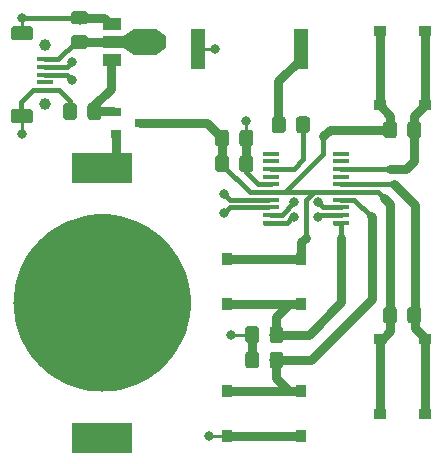
<source format=gbr>
G04 #@! TF.GenerationSoftware,KiCad,Pcbnew,5.1.4*
G04 #@! TF.CreationDate,2019-09-01T13:26:14+02:00*
G04 #@! TF.ProjectId,kroneum,6b726f6e-6575-46d2-9e6b-696361645f70,rev?*
G04 #@! TF.SameCoordinates,PX9eae8f0PY7ec80e0*
G04 #@! TF.FileFunction,Copper,L1,Top*
G04 #@! TF.FilePolarity,Positive*
%FSLAX46Y46*%
G04 Gerber Fmt 4.6, Leading zero omitted, Abs format (unit mm)*
G04 Created by KiCad (PCBNEW 5.1.4) date 2019-09-01 13:26:14*
%MOMM*%
%LPD*%
G04 APERTURE LIST*
G04 #@! TA.AperFunction,Conductor*
%ADD10C,0.020000*%
G04 #@! TD*
G04 #@! TA.AperFunction,SMDPad,CuDef*
%ADD11C,1.200000*%
G04 #@! TD*
G04 #@! TA.AperFunction,WasherPad*
%ADD12C,1.000000*%
G04 #@! TD*
G04 #@! TA.AperFunction,SMDPad,CuDef*
%ADD13R,1.350000X0.400000*%
G04 #@! TD*
G04 #@! TA.AperFunction,SMDPad,CuDef*
%ADD14R,1.450000X0.400000*%
G04 #@! TD*
G04 #@! TA.AperFunction,SMDPad,CuDef*
%ADD15C,1.000000*%
G04 #@! TD*
G04 #@! TA.AperFunction,SMDPad,CuDef*
%ADD16R,1.840000X2.200000*%
G04 #@! TD*
G04 #@! TA.AperFunction,SMDPad,CuDef*
%ADD17R,1.500000X1.000000*%
G04 #@! TD*
G04 #@! TA.AperFunction,SMDPad,CuDef*
%ADD18R,1.800000X1.000000*%
G04 #@! TD*
G04 #@! TA.AperFunction,SMDPad,CuDef*
%ADD19C,0.850000*%
G04 #@! TD*
G04 #@! TA.AperFunction,SMDPad,CuDef*
%ADD20R,1.000000X0.850000*%
G04 #@! TD*
G04 #@! TA.AperFunction,SMDPad,CuDef*
%ADD21C,1.150000*%
G04 #@! TD*
G04 #@! TA.AperFunction,SMDPad,CuDef*
%ADD22R,0.900000X0.800000*%
G04 #@! TD*
G04 #@! TA.AperFunction,SMDPad,CuDef*
%ADD23R,1.300000X3.400000*%
G04 #@! TD*
G04 #@! TA.AperFunction,SMDPad,CuDef*
%ADD24R,0.850000X1.000000*%
G04 #@! TD*
G04 #@! TA.AperFunction,SMDPad,CuDef*
%ADD25R,5.100000X2.500000*%
G04 #@! TD*
G04 #@! TA.AperFunction,SMDPad,CuDef*
%ADD26C,15.000000*%
G04 #@! TD*
G04 #@! TA.AperFunction,ViaPad*
%ADD27C,0.800000*%
G04 #@! TD*
G04 #@! TA.AperFunction,Conductor*
%ADD28C,0.406400*%
G04 #@! TD*
G04 #@! TA.AperFunction,Conductor*
%ADD29C,0.762000*%
G04 #@! TD*
G04 #@! TA.AperFunction,Conductor*
%ADD30C,0.250000*%
G04 #@! TD*
G04 #@! TA.AperFunction,Conductor*
%ADD31C,0.400000*%
G04 #@! TD*
G04 APERTURE END LIST*
D10*
G04 #@! TO.N,GND*
G04 #@! TO.C,J1*
G36*
X-38210595Y29588555D02*
G01*
X-38181473Y29584236D01*
X-38152915Y29577082D01*
X-38125195Y29567164D01*
X-38098581Y29554576D01*
X-38073329Y29539441D01*
X-38049682Y29521903D01*
X-38027868Y29502132D01*
X-38008097Y29480318D01*
X-37990559Y29456671D01*
X-37975424Y29431419D01*
X-37962836Y29404805D01*
X-37952918Y29377085D01*
X-37945764Y29348527D01*
X-37941445Y29319405D01*
X-37940000Y29290000D01*
X-37940000Y28690000D01*
X-37941445Y28660595D01*
X-37945764Y28631473D01*
X-37952918Y28602915D01*
X-37962836Y28575195D01*
X-37975424Y28548581D01*
X-37990559Y28523329D01*
X-38008097Y28499682D01*
X-38027868Y28477868D01*
X-38049682Y28458097D01*
X-38073329Y28440559D01*
X-38098581Y28425424D01*
X-38125195Y28412836D01*
X-38152915Y28402918D01*
X-38181473Y28395764D01*
X-38210595Y28391445D01*
X-38240000Y28390000D01*
X-39540000Y28390000D01*
X-39569405Y28391445D01*
X-39598527Y28395764D01*
X-39627085Y28402918D01*
X-39654805Y28412836D01*
X-39681419Y28425424D01*
X-39706671Y28440559D01*
X-39730318Y28458097D01*
X-39752132Y28477868D01*
X-39771903Y28499682D01*
X-39789441Y28523329D01*
X-39804576Y28548581D01*
X-39817164Y28575195D01*
X-39827082Y28602915D01*
X-39834236Y28631473D01*
X-39838555Y28660595D01*
X-39840000Y28690000D01*
X-39840000Y29290000D01*
X-39838555Y29319405D01*
X-39834236Y29348527D01*
X-39827082Y29377085D01*
X-39817164Y29404805D01*
X-39804576Y29431419D01*
X-39789441Y29456671D01*
X-39771903Y29480318D01*
X-39752132Y29502132D01*
X-39730318Y29521903D01*
X-39706671Y29539441D01*
X-39681419Y29554576D01*
X-39654805Y29567164D01*
X-39627085Y29577082D01*
X-39598527Y29584236D01*
X-39569405Y29588555D01*
X-39540000Y29590000D01*
X-38240000Y29590000D01*
X-38210595Y29588555D01*
X-38210595Y29588555D01*
G37*
D11*
G04 #@! TD*
G04 #@! TO.P,J1,6*
G04 #@! TO.N,GND*
X-38890000Y28990000D03*
D10*
G04 #@! TO.N,GND*
G04 #@! TO.C,J1*
G36*
X-38210595Y36588555D02*
G01*
X-38181473Y36584236D01*
X-38152915Y36577082D01*
X-38125195Y36567164D01*
X-38098581Y36554576D01*
X-38073329Y36539441D01*
X-38049682Y36521903D01*
X-38027868Y36502132D01*
X-38008097Y36480318D01*
X-37990559Y36456671D01*
X-37975424Y36431419D01*
X-37962836Y36404805D01*
X-37952918Y36377085D01*
X-37945764Y36348527D01*
X-37941445Y36319405D01*
X-37940000Y36290000D01*
X-37940000Y35690000D01*
X-37941445Y35660595D01*
X-37945764Y35631473D01*
X-37952918Y35602915D01*
X-37962836Y35575195D01*
X-37975424Y35548581D01*
X-37990559Y35523329D01*
X-38008097Y35499682D01*
X-38027868Y35477868D01*
X-38049682Y35458097D01*
X-38073329Y35440559D01*
X-38098581Y35425424D01*
X-38125195Y35412836D01*
X-38152915Y35402918D01*
X-38181473Y35395764D01*
X-38210595Y35391445D01*
X-38240000Y35390000D01*
X-39540000Y35390000D01*
X-39569405Y35391445D01*
X-39598527Y35395764D01*
X-39627085Y35402918D01*
X-39654805Y35412836D01*
X-39681419Y35425424D01*
X-39706671Y35440559D01*
X-39730318Y35458097D01*
X-39752132Y35477868D01*
X-39771903Y35499682D01*
X-39789441Y35523329D01*
X-39804576Y35548581D01*
X-39817164Y35575195D01*
X-39827082Y35602915D01*
X-39834236Y35631473D01*
X-39838555Y35660595D01*
X-39840000Y35690000D01*
X-39840000Y36290000D01*
X-39838555Y36319405D01*
X-39834236Y36348527D01*
X-39827082Y36377085D01*
X-39817164Y36404805D01*
X-39804576Y36431419D01*
X-39789441Y36456671D01*
X-39771903Y36480318D01*
X-39752132Y36502132D01*
X-39730318Y36521903D01*
X-39706671Y36539441D01*
X-39681419Y36554576D01*
X-39654805Y36567164D01*
X-39627085Y36577082D01*
X-39598527Y36584236D01*
X-39569405Y36588555D01*
X-39540000Y36590000D01*
X-38240000Y36590000D01*
X-38210595Y36588555D01*
X-38210595Y36588555D01*
G37*
D11*
G04 #@! TD*
G04 #@! TO.P,J1,6*
G04 #@! TO.N,GND*
X-38890000Y35990000D03*
D12*
G04 #@! TO.P,J1,*
G04 #@! TO.N,*
X-36902500Y29990000D03*
D13*
G04 #@! TO.P,J1,3*
G04 #@! TO.N,USB_D+*
X-36902500Y32490000D03*
G04 #@! TO.P,J1,4*
G04 #@! TO.N,Net-(J1-Pad4)*
X-36902500Y31840000D03*
G04 #@! TO.P,J1,5*
G04 #@! TO.N,GND*
X-36902500Y31190000D03*
G04 #@! TO.P,J1,1*
G04 #@! TO.N,USB_VBUS*
X-36902500Y33790000D03*
G04 #@! TO.P,J1,2*
G04 #@! TO.N,USB_D-*
X-36902500Y33140000D03*
D12*
G04 #@! TO.P,J1,*
G04 #@! TO.N,*
X-36902500Y34990000D03*
G04 #@! TD*
D14*
G04 #@! TO.P,U1,1*
G04 #@! TO.N,BOOT0*
X-11865000Y19970000D03*
G04 #@! TO.P,U1,2*
G04 #@! TO.N,SDA*
X-11865000Y20620000D03*
G04 #@! TO.P,U1,3*
G04 #@! TO.N,SCL*
X-11865000Y21270000D03*
G04 #@! TO.P,U1,4*
G04 #@! TO.N,NRST*
X-11865000Y21920000D03*
G04 #@! TO.P,U1,5*
G04 #@! TO.N,VDD*
X-11865000Y22570000D03*
G04 #@! TO.P,U1,6*
G04 #@! TO.N,Ctrl_One*
X-11865000Y23220000D03*
G04 #@! TO.P,U1,7*
G04 #@! TO.N,Net-(U1-Pad7)*
X-11865000Y23870000D03*
G04 #@! TO.P,U1,8*
G04 #@! TO.N,Ctrl_Ten*
X-11865000Y24520000D03*
G04 #@! TO.P,U1,9*
G04 #@! TO.N,Net-(U1-Pad9)*
X-11865000Y25170000D03*
G04 #@! TO.P,U1,10*
G04 #@! TO.N,Net-(U1-Pad10)*
X-11865000Y25820000D03*
G04 #@! TO.P,U1,11*
G04 #@! TO.N,Net-(U1-Pad11)*
X-17765000Y25820000D03*
G04 #@! TO.P,U1,12*
G04 #@! TO.N,Net-(U1-Pad12)*
X-17765000Y25170000D03*
G04 #@! TO.P,U1,13*
G04 #@! TO.N,Buzzer*
X-17765000Y24520000D03*
G04 #@! TO.P,U1,14*
G04 #@! TO.N,Net-(U1-Pad14)*
X-17765000Y23870000D03*
G04 #@! TO.P,U1,15*
G04 #@! TO.N,GND*
X-17765000Y23220000D03*
G04 #@! TO.P,U1,16*
G04 #@! TO.N,VDD*
X-17765000Y22570000D03*
G04 #@! TO.P,U1,17*
G04 #@! TO.N,USB_D-*
X-17765000Y21920000D03*
G04 #@! TO.P,U1,18*
G04 #@! TO.N,USB_D+*
X-17765000Y21270000D03*
G04 #@! TO.P,U1,19*
G04 #@! TO.N,SWDIO*
X-17765000Y20620000D03*
G04 #@! TO.P,U1,20*
G04 #@! TO.N,SWCLK*
X-17765000Y19970000D03*
G04 #@! TD*
D15*
G04 #@! TO.P,U2,2*
G04 #@! TO.N,USB_VBUS*
X-29891200Y35280000D03*
D10*
G04 #@! TD*
G04 #@! TO.N,USB_VBUS*
G04 #@! TO.C,U2*
G36*
X-29391200Y34180000D02*
G01*
X-30391200Y34880000D01*
X-30391200Y35680000D01*
X-29391200Y36380000D01*
X-29391200Y34180000D01*
X-29391200Y34180000D01*
G37*
D16*
G04 #@! TO.P,U2,2*
G04 #@! TO.N,USB_VBUS*
X-28481500Y35280000D03*
D17*
G04 #@! TO.P,U2,3*
G04 #@! TO.N,Net-(C4-Pad1)*
X-31295000Y33780000D03*
D18*
G04 #@! TO.P,U2,2*
G04 #@! TO.N,USB_VBUS*
X-31148500Y35280000D03*
D17*
G04 #@! TO.P,U2,1*
G04 #@! TO.N,GND*
X-31295000Y36780000D03*
D19*
G04 #@! TO.P,U2,2*
G04 #@! TO.N,USB_VBUS*
X-27148000Y35280000D03*
D10*
G04 #@! TD*
G04 #@! TO.N,USB_VBUS*
G04 #@! TO.C,U2*
G36*
X-27573000Y36380000D02*
G01*
X-26723000Y35780000D01*
X-26723000Y34780000D01*
X-27573000Y34180000D01*
X-27573000Y36380000D01*
X-27573000Y36380000D01*
G37*
D20*
G04 #@! TO.P,One,1*
G04 #@! TO.N,Ctrl_One*
X-4790000Y10090000D03*
X-4790000Y3790000D03*
G04 #@! TO.P,One,2*
G04 #@! TO.N,VDD*
X-8590000Y10090000D03*
X-8590000Y3790000D03*
G04 #@! TD*
D10*
G04 #@! TO.N,GND*
G04 #@! TO.C,C1*
G36*
X-19540495Y25663796D02*
G01*
X-19516227Y25660196D01*
X-19492428Y25654235D01*
X-19469329Y25645970D01*
X-19447150Y25635480D01*
X-19426107Y25622868D01*
X-19406401Y25608253D01*
X-19388223Y25591777D01*
X-19371747Y25573599D01*
X-19357132Y25553893D01*
X-19344520Y25532850D01*
X-19334030Y25510671D01*
X-19325765Y25487572D01*
X-19319804Y25463773D01*
X-19316204Y25439505D01*
X-19315000Y25415001D01*
X-19315000Y24514999D01*
X-19316204Y24490495D01*
X-19319804Y24466227D01*
X-19325765Y24442428D01*
X-19334030Y24419329D01*
X-19344520Y24397150D01*
X-19357132Y24376107D01*
X-19371747Y24356401D01*
X-19388223Y24338223D01*
X-19406401Y24321747D01*
X-19426107Y24307132D01*
X-19447150Y24294520D01*
X-19469329Y24284030D01*
X-19492428Y24275765D01*
X-19516227Y24269804D01*
X-19540495Y24266204D01*
X-19564999Y24265000D01*
X-20215001Y24265000D01*
X-20239505Y24266204D01*
X-20263773Y24269804D01*
X-20287572Y24275765D01*
X-20310671Y24284030D01*
X-20332850Y24294520D01*
X-20353893Y24307132D01*
X-20373599Y24321747D01*
X-20391777Y24338223D01*
X-20408253Y24356401D01*
X-20422868Y24376107D01*
X-20435480Y24397150D01*
X-20445970Y24419329D01*
X-20454235Y24442428D01*
X-20460196Y24466227D01*
X-20463796Y24490495D01*
X-20465000Y24514999D01*
X-20465000Y25415001D01*
X-20463796Y25439505D01*
X-20460196Y25463773D01*
X-20454235Y25487572D01*
X-20445970Y25510671D01*
X-20435480Y25532850D01*
X-20422868Y25553893D01*
X-20408253Y25573599D01*
X-20391777Y25591777D01*
X-20373599Y25608253D01*
X-20353893Y25622868D01*
X-20332850Y25635480D01*
X-20310671Y25645970D01*
X-20287572Y25654235D01*
X-20263773Y25660196D01*
X-20239505Y25663796D01*
X-20215001Y25665000D01*
X-19564999Y25665000D01*
X-19540495Y25663796D01*
X-19540495Y25663796D01*
G37*
D21*
G04 #@! TD*
G04 #@! TO.P,C1,2*
G04 #@! TO.N,GND*
X-19890000Y24965000D03*
D10*
G04 #@! TO.N,VDD*
G04 #@! TO.C,C1*
G36*
X-21590495Y25663796D02*
G01*
X-21566227Y25660196D01*
X-21542428Y25654235D01*
X-21519329Y25645970D01*
X-21497150Y25635480D01*
X-21476107Y25622868D01*
X-21456401Y25608253D01*
X-21438223Y25591777D01*
X-21421747Y25573599D01*
X-21407132Y25553893D01*
X-21394520Y25532850D01*
X-21384030Y25510671D01*
X-21375765Y25487572D01*
X-21369804Y25463773D01*
X-21366204Y25439505D01*
X-21365000Y25415001D01*
X-21365000Y24514999D01*
X-21366204Y24490495D01*
X-21369804Y24466227D01*
X-21375765Y24442428D01*
X-21384030Y24419329D01*
X-21394520Y24397150D01*
X-21407132Y24376107D01*
X-21421747Y24356401D01*
X-21438223Y24338223D01*
X-21456401Y24321747D01*
X-21476107Y24307132D01*
X-21497150Y24294520D01*
X-21519329Y24284030D01*
X-21542428Y24275765D01*
X-21566227Y24269804D01*
X-21590495Y24266204D01*
X-21614999Y24265000D01*
X-22265001Y24265000D01*
X-22289505Y24266204D01*
X-22313773Y24269804D01*
X-22337572Y24275765D01*
X-22360671Y24284030D01*
X-22382850Y24294520D01*
X-22403893Y24307132D01*
X-22423599Y24321747D01*
X-22441777Y24338223D01*
X-22458253Y24356401D01*
X-22472868Y24376107D01*
X-22485480Y24397150D01*
X-22495970Y24419329D01*
X-22504235Y24442428D01*
X-22510196Y24466227D01*
X-22513796Y24490495D01*
X-22515000Y24514999D01*
X-22515000Y25415001D01*
X-22513796Y25439505D01*
X-22510196Y25463773D01*
X-22504235Y25487572D01*
X-22495970Y25510671D01*
X-22485480Y25532850D01*
X-22472868Y25553893D01*
X-22458253Y25573599D01*
X-22441777Y25591777D01*
X-22423599Y25608253D01*
X-22403893Y25622868D01*
X-22382850Y25635480D01*
X-22360671Y25645970D01*
X-22337572Y25654235D01*
X-22313773Y25660196D01*
X-22289505Y25663796D01*
X-22265001Y25665000D01*
X-21614999Y25665000D01*
X-21590495Y25663796D01*
X-21590495Y25663796D01*
G37*
D21*
G04 #@! TD*
G04 #@! TO.P,C1,1*
G04 #@! TO.N,VDD*
X-21940000Y24965000D03*
D10*
G04 #@! TO.N,VDD*
G04 #@! TO.C,C3*
G36*
X-21590495Y27813796D02*
G01*
X-21566227Y27810196D01*
X-21542428Y27804235D01*
X-21519329Y27795970D01*
X-21497150Y27785480D01*
X-21476107Y27772868D01*
X-21456401Y27758253D01*
X-21438223Y27741777D01*
X-21421747Y27723599D01*
X-21407132Y27703893D01*
X-21394520Y27682850D01*
X-21384030Y27660671D01*
X-21375765Y27637572D01*
X-21369804Y27613773D01*
X-21366204Y27589505D01*
X-21365000Y27565001D01*
X-21365000Y26664999D01*
X-21366204Y26640495D01*
X-21369804Y26616227D01*
X-21375765Y26592428D01*
X-21384030Y26569329D01*
X-21394520Y26547150D01*
X-21407132Y26526107D01*
X-21421747Y26506401D01*
X-21438223Y26488223D01*
X-21456401Y26471747D01*
X-21476107Y26457132D01*
X-21497150Y26444520D01*
X-21519329Y26434030D01*
X-21542428Y26425765D01*
X-21566227Y26419804D01*
X-21590495Y26416204D01*
X-21614999Y26415000D01*
X-22265001Y26415000D01*
X-22289505Y26416204D01*
X-22313773Y26419804D01*
X-22337572Y26425765D01*
X-22360671Y26434030D01*
X-22382850Y26444520D01*
X-22403893Y26457132D01*
X-22423599Y26471747D01*
X-22441777Y26488223D01*
X-22458253Y26506401D01*
X-22472868Y26526107D01*
X-22485480Y26547150D01*
X-22495970Y26569329D01*
X-22504235Y26592428D01*
X-22510196Y26616227D01*
X-22513796Y26640495D01*
X-22515000Y26664999D01*
X-22515000Y27565001D01*
X-22513796Y27589505D01*
X-22510196Y27613773D01*
X-22504235Y27637572D01*
X-22495970Y27660671D01*
X-22485480Y27682850D01*
X-22472868Y27703893D01*
X-22458253Y27723599D01*
X-22441777Y27741777D01*
X-22423599Y27758253D01*
X-22403893Y27772868D01*
X-22382850Y27785480D01*
X-22360671Y27795970D01*
X-22337572Y27804235D01*
X-22313773Y27810196D01*
X-22289505Y27813796D01*
X-22265001Y27815000D01*
X-21614999Y27815000D01*
X-21590495Y27813796D01*
X-21590495Y27813796D01*
G37*
D21*
G04 #@! TD*
G04 #@! TO.P,C3,1*
G04 #@! TO.N,VDD*
X-21940000Y27115000D03*
D10*
G04 #@! TO.N,GND*
G04 #@! TO.C,C3*
G36*
X-19540495Y27813796D02*
G01*
X-19516227Y27810196D01*
X-19492428Y27804235D01*
X-19469329Y27795970D01*
X-19447150Y27785480D01*
X-19426107Y27772868D01*
X-19406401Y27758253D01*
X-19388223Y27741777D01*
X-19371747Y27723599D01*
X-19357132Y27703893D01*
X-19344520Y27682850D01*
X-19334030Y27660671D01*
X-19325765Y27637572D01*
X-19319804Y27613773D01*
X-19316204Y27589505D01*
X-19315000Y27565001D01*
X-19315000Y26664999D01*
X-19316204Y26640495D01*
X-19319804Y26616227D01*
X-19325765Y26592428D01*
X-19334030Y26569329D01*
X-19344520Y26547150D01*
X-19357132Y26526107D01*
X-19371747Y26506401D01*
X-19388223Y26488223D01*
X-19406401Y26471747D01*
X-19426107Y26457132D01*
X-19447150Y26444520D01*
X-19469329Y26434030D01*
X-19492428Y26425765D01*
X-19516227Y26419804D01*
X-19540495Y26416204D01*
X-19564999Y26415000D01*
X-20215001Y26415000D01*
X-20239505Y26416204D01*
X-20263773Y26419804D01*
X-20287572Y26425765D01*
X-20310671Y26434030D01*
X-20332850Y26444520D01*
X-20353893Y26457132D01*
X-20373599Y26471747D01*
X-20391777Y26488223D01*
X-20408253Y26506401D01*
X-20422868Y26526107D01*
X-20435480Y26547150D01*
X-20445970Y26569329D01*
X-20454235Y26592428D01*
X-20460196Y26616227D01*
X-20463796Y26640495D01*
X-20465000Y26664999D01*
X-20465000Y27565001D01*
X-20463796Y27589505D01*
X-20460196Y27613773D01*
X-20454235Y27637572D01*
X-20445970Y27660671D01*
X-20435480Y27682850D01*
X-20422868Y27703893D01*
X-20408253Y27723599D01*
X-20391777Y27741777D01*
X-20373599Y27758253D01*
X-20353893Y27772868D01*
X-20332850Y27785480D01*
X-20310671Y27795970D01*
X-20287572Y27804235D01*
X-20263773Y27810196D01*
X-20239505Y27813796D01*
X-20215001Y27815000D01*
X-19564999Y27815000D01*
X-19540495Y27813796D01*
X-19540495Y27813796D01*
G37*
D21*
G04 #@! TD*
G04 #@! TO.P,C3,2*
G04 #@! TO.N,GND*
X-19890000Y27115000D03*
D10*
G04 #@! TO.N,NRST*
G04 #@! TO.C,C7*
G36*
X-16990495Y9038796D02*
G01*
X-16966227Y9035196D01*
X-16942428Y9029235D01*
X-16919329Y9020970D01*
X-16897150Y9010480D01*
X-16876107Y8997868D01*
X-16856401Y8983253D01*
X-16838223Y8966777D01*
X-16821747Y8948599D01*
X-16807132Y8928893D01*
X-16794520Y8907850D01*
X-16784030Y8885671D01*
X-16775765Y8862572D01*
X-16769804Y8838773D01*
X-16766204Y8814505D01*
X-16765000Y8790001D01*
X-16765000Y7889999D01*
X-16766204Y7865495D01*
X-16769804Y7841227D01*
X-16775765Y7817428D01*
X-16784030Y7794329D01*
X-16794520Y7772150D01*
X-16807132Y7751107D01*
X-16821747Y7731401D01*
X-16838223Y7713223D01*
X-16856401Y7696747D01*
X-16876107Y7682132D01*
X-16897150Y7669520D01*
X-16919329Y7659030D01*
X-16942428Y7650765D01*
X-16966227Y7644804D01*
X-16990495Y7641204D01*
X-17014999Y7640000D01*
X-17665001Y7640000D01*
X-17689505Y7641204D01*
X-17713773Y7644804D01*
X-17737572Y7650765D01*
X-17760671Y7659030D01*
X-17782850Y7669520D01*
X-17803893Y7682132D01*
X-17823599Y7696747D01*
X-17841777Y7713223D01*
X-17858253Y7731401D01*
X-17872868Y7751107D01*
X-17885480Y7772150D01*
X-17895970Y7794329D01*
X-17904235Y7817428D01*
X-17910196Y7841227D01*
X-17913796Y7865495D01*
X-17915000Y7889999D01*
X-17915000Y8790001D01*
X-17913796Y8814505D01*
X-17910196Y8838773D01*
X-17904235Y8862572D01*
X-17895970Y8885671D01*
X-17885480Y8907850D01*
X-17872868Y8928893D01*
X-17858253Y8948599D01*
X-17841777Y8966777D01*
X-17823599Y8983253D01*
X-17803893Y8997868D01*
X-17782850Y9010480D01*
X-17760671Y9020970D01*
X-17737572Y9029235D01*
X-17713773Y9035196D01*
X-17689505Y9038796D01*
X-17665001Y9040000D01*
X-17014999Y9040000D01*
X-16990495Y9038796D01*
X-16990495Y9038796D01*
G37*
D21*
G04 #@! TD*
G04 #@! TO.P,C7,1*
G04 #@! TO.N,NRST*
X-17340000Y8340000D03*
D10*
G04 #@! TO.N,GND*
G04 #@! TO.C,C7*
G36*
X-19040495Y9038796D02*
G01*
X-19016227Y9035196D01*
X-18992428Y9029235D01*
X-18969329Y9020970D01*
X-18947150Y9010480D01*
X-18926107Y8997868D01*
X-18906401Y8983253D01*
X-18888223Y8966777D01*
X-18871747Y8948599D01*
X-18857132Y8928893D01*
X-18844520Y8907850D01*
X-18834030Y8885671D01*
X-18825765Y8862572D01*
X-18819804Y8838773D01*
X-18816204Y8814505D01*
X-18815000Y8790001D01*
X-18815000Y7889999D01*
X-18816204Y7865495D01*
X-18819804Y7841227D01*
X-18825765Y7817428D01*
X-18834030Y7794329D01*
X-18844520Y7772150D01*
X-18857132Y7751107D01*
X-18871747Y7731401D01*
X-18888223Y7713223D01*
X-18906401Y7696747D01*
X-18926107Y7682132D01*
X-18947150Y7669520D01*
X-18969329Y7659030D01*
X-18992428Y7650765D01*
X-19016227Y7644804D01*
X-19040495Y7641204D01*
X-19064999Y7640000D01*
X-19715001Y7640000D01*
X-19739505Y7641204D01*
X-19763773Y7644804D01*
X-19787572Y7650765D01*
X-19810671Y7659030D01*
X-19832850Y7669520D01*
X-19853893Y7682132D01*
X-19873599Y7696747D01*
X-19891777Y7713223D01*
X-19908253Y7731401D01*
X-19922868Y7751107D01*
X-19935480Y7772150D01*
X-19945970Y7794329D01*
X-19954235Y7817428D01*
X-19960196Y7841227D01*
X-19963796Y7865495D01*
X-19965000Y7889999D01*
X-19965000Y8790001D01*
X-19963796Y8814505D01*
X-19960196Y8838773D01*
X-19954235Y8862572D01*
X-19945970Y8885671D01*
X-19935480Y8907850D01*
X-19922868Y8928893D01*
X-19908253Y8948599D01*
X-19891777Y8966777D01*
X-19873599Y8983253D01*
X-19853893Y8997868D01*
X-19832850Y9010480D01*
X-19810671Y9020970D01*
X-19787572Y9029235D01*
X-19763773Y9035196D01*
X-19739505Y9038796D01*
X-19715001Y9040000D01*
X-19064999Y9040000D01*
X-19040495Y9038796D01*
X-19040495Y9038796D01*
G37*
D21*
G04 #@! TD*
G04 #@! TO.P,C7,2*
G04 #@! TO.N,GND*
X-19390000Y8340000D03*
D10*
G04 #@! TO.N,VDD*
G04 #@! TO.C,C8*
G36*
X-7365495Y12838796D02*
G01*
X-7341227Y12835196D01*
X-7317428Y12829235D01*
X-7294329Y12820970D01*
X-7272150Y12810480D01*
X-7251107Y12797868D01*
X-7231401Y12783253D01*
X-7213223Y12766777D01*
X-7196747Y12748599D01*
X-7182132Y12728893D01*
X-7169520Y12707850D01*
X-7159030Y12685671D01*
X-7150765Y12662572D01*
X-7144804Y12638773D01*
X-7141204Y12614505D01*
X-7140000Y12590001D01*
X-7140000Y11689999D01*
X-7141204Y11665495D01*
X-7144804Y11641227D01*
X-7150765Y11617428D01*
X-7159030Y11594329D01*
X-7169520Y11572150D01*
X-7182132Y11551107D01*
X-7196747Y11531401D01*
X-7213223Y11513223D01*
X-7231401Y11496747D01*
X-7251107Y11482132D01*
X-7272150Y11469520D01*
X-7294329Y11459030D01*
X-7317428Y11450765D01*
X-7341227Y11444804D01*
X-7365495Y11441204D01*
X-7389999Y11440000D01*
X-8040001Y11440000D01*
X-8064505Y11441204D01*
X-8088773Y11444804D01*
X-8112572Y11450765D01*
X-8135671Y11459030D01*
X-8157850Y11469520D01*
X-8178893Y11482132D01*
X-8198599Y11496747D01*
X-8216777Y11513223D01*
X-8233253Y11531401D01*
X-8247868Y11551107D01*
X-8260480Y11572150D01*
X-8270970Y11594329D01*
X-8279235Y11617428D01*
X-8285196Y11641227D01*
X-8288796Y11665495D01*
X-8290000Y11689999D01*
X-8290000Y12590001D01*
X-8288796Y12614505D01*
X-8285196Y12638773D01*
X-8279235Y12662572D01*
X-8270970Y12685671D01*
X-8260480Y12707850D01*
X-8247868Y12728893D01*
X-8233253Y12748599D01*
X-8216777Y12766777D01*
X-8198599Y12783253D01*
X-8178893Y12797868D01*
X-8157850Y12810480D01*
X-8135671Y12820970D01*
X-8112572Y12829235D01*
X-8088773Y12835196D01*
X-8064505Y12838796D01*
X-8040001Y12840000D01*
X-7389999Y12840000D01*
X-7365495Y12838796D01*
X-7365495Y12838796D01*
G37*
D21*
G04 #@! TD*
G04 #@! TO.P,C8,1*
G04 #@! TO.N,VDD*
X-7715000Y12140000D03*
D10*
G04 #@! TO.N,Ctrl_One*
G04 #@! TO.C,C8*
G36*
X-5315495Y12838796D02*
G01*
X-5291227Y12835196D01*
X-5267428Y12829235D01*
X-5244329Y12820970D01*
X-5222150Y12810480D01*
X-5201107Y12797868D01*
X-5181401Y12783253D01*
X-5163223Y12766777D01*
X-5146747Y12748599D01*
X-5132132Y12728893D01*
X-5119520Y12707850D01*
X-5109030Y12685671D01*
X-5100765Y12662572D01*
X-5094804Y12638773D01*
X-5091204Y12614505D01*
X-5090000Y12590001D01*
X-5090000Y11689999D01*
X-5091204Y11665495D01*
X-5094804Y11641227D01*
X-5100765Y11617428D01*
X-5109030Y11594329D01*
X-5119520Y11572150D01*
X-5132132Y11551107D01*
X-5146747Y11531401D01*
X-5163223Y11513223D01*
X-5181401Y11496747D01*
X-5201107Y11482132D01*
X-5222150Y11469520D01*
X-5244329Y11459030D01*
X-5267428Y11450765D01*
X-5291227Y11444804D01*
X-5315495Y11441204D01*
X-5339999Y11440000D01*
X-5990001Y11440000D01*
X-6014505Y11441204D01*
X-6038773Y11444804D01*
X-6062572Y11450765D01*
X-6085671Y11459030D01*
X-6107850Y11469520D01*
X-6128893Y11482132D01*
X-6148599Y11496747D01*
X-6166777Y11513223D01*
X-6183253Y11531401D01*
X-6197868Y11551107D01*
X-6210480Y11572150D01*
X-6220970Y11594329D01*
X-6229235Y11617428D01*
X-6235196Y11641227D01*
X-6238796Y11665495D01*
X-6240000Y11689999D01*
X-6240000Y12590001D01*
X-6238796Y12614505D01*
X-6235196Y12638773D01*
X-6229235Y12662572D01*
X-6220970Y12685671D01*
X-6210480Y12707850D01*
X-6197868Y12728893D01*
X-6183253Y12748599D01*
X-6166777Y12766777D01*
X-6148599Y12783253D01*
X-6128893Y12797868D01*
X-6107850Y12810480D01*
X-6085671Y12820970D01*
X-6062572Y12829235D01*
X-6038773Y12835196D01*
X-6014505Y12838796D01*
X-5990001Y12840000D01*
X-5339999Y12840000D01*
X-5315495Y12838796D01*
X-5315495Y12838796D01*
G37*
D21*
G04 #@! TD*
G04 #@! TO.P,C8,2*
G04 #@! TO.N,Ctrl_One*
X-5665000Y12140000D03*
D10*
G04 #@! TO.N,Ctrl_Ten*
G04 #@! TO.C,C9*
G36*
X-5315495Y28538796D02*
G01*
X-5291227Y28535196D01*
X-5267428Y28529235D01*
X-5244329Y28520970D01*
X-5222150Y28510480D01*
X-5201107Y28497868D01*
X-5181401Y28483253D01*
X-5163223Y28466777D01*
X-5146747Y28448599D01*
X-5132132Y28428893D01*
X-5119520Y28407850D01*
X-5109030Y28385671D01*
X-5100765Y28362572D01*
X-5094804Y28338773D01*
X-5091204Y28314505D01*
X-5090000Y28290001D01*
X-5090000Y27389999D01*
X-5091204Y27365495D01*
X-5094804Y27341227D01*
X-5100765Y27317428D01*
X-5109030Y27294329D01*
X-5119520Y27272150D01*
X-5132132Y27251107D01*
X-5146747Y27231401D01*
X-5163223Y27213223D01*
X-5181401Y27196747D01*
X-5201107Y27182132D01*
X-5222150Y27169520D01*
X-5244329Y27159030D01*
X-5267428Y27150765D01*
X-5291227Y27144804D01*
X-5315495Y27141204D01*
X-5339999Y27140000D01*
X-5990001Y27140000D01*
X-6014505Y27141204D01*
X-6038773Y27144804D01*
X-6062572Y27150765D01*
X-6085671Y27159030D01*
X-6107850Y27169520D01*
X-6128893Y27182132D01*
X-6148599Y27196747D01*
X-6166777Y27213223D01*
X-6183253Y27231401D01*
X-6197868Y27251107D01*
X-6210480Y27272150D01*
X-6220970Y27294329D01*
X-6229235Y27317428D01*
X-6235196Y27341227D01*
X-6238796Y27365495D01*
X-6240000Y27389999D01*
X-6240000Y28290001D01*
X-6238796Y28314505D01*
X-6235196Y28338773D01*
X-6229235Y28362572D01*
X-6220970Y28385671D01*
X-6210480Y28407850D01*
X-6197868Y28428893D01*
X-6183253Y28448599D01*
X-6166777Y28466777D01*
X-6148599Y28483253D01*
X-6128893Y28497868D01*
X-6107850Y28510480D01*
X-6085671Y28520970D01*
X-6062572Y28529235D01*
X-6038773Y28535196D01*
X-6014505Y28538796D01*
X-5990001Y28540000D01*
X-5339999Y28540000D01*
X-5315495Y28538796D01*
X-5315495Y28538796D01*
G37*
D21*
G04 #@! TD*
G04 #@! TO.P,C9,2*
G04 #@! TO.N,Ctrl_Ten*
X-5665000Y27840000D03*
D10*
G04 #@! TO.N,VDD*
G04 #@! TO.C,C9*
G36*
X-7365495Y28538796D02*
G01*
X-7341227Y28535196D01*
X-7317428Y28529235D01*
X-7294329Y28520970D01*
X-7272150Y28510480D01*
X-7251107Y28497868D01*
X-7231401Y28483253D01*
X-7213223Y28466777D01*
X-7196747Y28448599D01*
X-7182132Y28428893D01*
X-7169520Y28407850D01*
X-7159030Y28385671D01*
X-7150765Y28362572D01*
X-7144804Y28338773D01*
X-7141204Y28314505D01*
X-7140000Y28290001D01*
X-7140000Y27389999D01*
X-7141204Y27365495D01*
X-7144804Y27341227D01*
X-7150765Y27317428D01*
X-7159030Y27294329D01*
X-7169520Y27272150D01*
X-7182132Y27251107D01*
X-7196747Y27231401D01*
X-7213223Y27213223D01*
X-7231401Y27196747D01*
X-7251107Y27182132D01*
X-7272150Y27169520D01*
X-7294329Y27159030D01*
X-7317428Y27150765D01*
X-7341227Y27144804D01*
X-7365495Y27141204D01*
X-7389999Y27140000D01*
X-8040001Y27140000D01*
X-8064505Y27141204D01*
X-8088773Y27144804D01*
X-8112572Y27150765D01*
X-8135671Y27159030D01*
X-8157850Y27169520D01*
X-8178893Y27182132D01*
X-8198599Y27196747D01*
X-8216777Y27213223D01*
X-8233253Y27231401D01*
X-8247868Y27251107D01*
X-8260480Y27272150D01*
X-8270970Y27294329D01*
X-8279235Y27317428D01*
X-8285196Y27341227D01*
X-8288796Y27365495D01*
X-8290000Y27389999D01*
X-8290000Y28290001D01*
X-8288796Y28314505D01*
X-8285196Y28338773D01*
X-8279235Y28362572D01*
X-8270970Y28385671D01*
X-8260480Y28407850D01*
X-8247868Y28428893D01*
X-8233253Y28448599D01*
X-8216777Y28466777D01*
X-8198599Y28483253D01*
X-8178893Y28497868D01*
X-8157850Y28510480D01*
X-8135671Y28520970D01*
X-8112572Y28529235D01*
X-8088773Y28535196D01*
X-8064505Y28538796D01*
X-8040001Y28540000D01*
X-7389999Y28540000D01*
X-7365495Y28538796D01*
X-7365495Y28538796D01*
G37*
D21*
G04 #@! TD*
G04 #@! TO.P,C9,1*
G04 #@! TO.N,VDD*
X-7715000Y27840000D03*
D10*
G04 #@! TO.N,Buzzer*
G04 #@! TO.C,R1*
G36*
X-14740495Y28963796D02*
G01*
X-14716227Y28960196D01*
X-14692428Y28954235D01*
X-14669329Y28945970D01*
X-14647150Y28935480D01*
X-14626107Y28922868D01*
X-14606401Y28908253D01*
X-14588223Y28891777D01*
X-14571747Y28873599D01*
X-14557132Y28853893D01*
X-14544520Y28832850D01*
X-14534030Y28810671D01*
X-14525765Y28787572D01*
X-14519804Y28763773D01*
X-14516204Y28739505D01*
X-14515000Y28715001D01*
X-14515000Y27814999D01*
X-14516204Y27790495D01*
X-14519804Y27766227D01*
X-14525765Y27742428D01*
X-14534030Y27719329D01*
X-14544520Y27697150D01*
X-14557132Y27676107D01*
X-14571747Y27656401D01*
X-14588223Y27638223D01*
X-14606401Y27621747D01*
X-14626107Y27607132D01*
X-14647150Y27594520D01*
X-14669329Y27584030D01*
X-14692428Y27575765D01*
X-14716227Y27569804D01*
X-14740495Y27566204D01*
X-14764999Y27565000D01*
X-15415001Y27565000D01*
X-15439505Y27566204D01*
X-15463773Y27569804D01*
X-15487572Y27575765D01*
X-15510671Y27584030D01*
X-15532850Y27594520D01*
X-15553893Y27607132D01*
X-15573599Y27621747D01*
X-15591777Y27638223D01*
X-15608253Y27656401D01*
X-15622868Y27676107D01*
X-15635480Y27697150D01*
X-15645970Y27719329D01*
X-15654235Y27742428D01*
X-15660196Y27766227D01*
X-15663796Y27790495D01*
X-15665000Y27814999D01*
X-15665000Y28715001D01*
X-15663796Y28739505D01*
X-15660196Y28763773D01*
X-15654235Y28787572D01*
X-15645970Y28810671D01*
X-15635480Y28832850D01*
X-15622868Y28853893D01*
X-15608253Y28873599D01*
X-15591777Y28891777D01*
X-15573599Y28908253D01*
X-15553893Y28922868D01*
X-15532850Y28935480D01*
X-15510671Y28945970D01*
X-15487572Y28954235D01*
X-15463773Y28960196D01*
X-15439505Y28963796D01*
X-15415001Y28965000D01*
X-14764999Y28965000D01*
X-14740495Y28963796D01*
X-14740495Y28963796D01*
G37*
D21*
G04 #@! TD*
G04 #@! TO.P,R1,2*
G04 #@! TO.N,Buzzer*
X-15090000Y28265000D03*
D10*
G04 #@! TO.N,Net-(BZ1-Pad1)*
G04 #@! TO.C,R1*
G36*
X-16790495Y28963796D02*
G01*
X-16766227Y28960196D01*
X-16742428Y28954235D01*
X-16719329Y28945970D01*
X-16697150Y28935480D01*
X-16676107Y28922868D01*
X-16656401Y28908253D01*
X-16638223Y28891777D01*
X-16621747Y28873599D01*
X-16607132Y28853893D01*
X-16594520Y28832850D01*
X-16584030Y28810671D01*
X-16575765Y28787572D01*
X-16569804Y28763773D01*
X-16566204Y28739505D01*
X-16565000Y28715001D01*
X-16565000Y27814999D01*
X-16566204Y27790495D01*
X-16569804Y27766227D01*
X-16575765Y27742428D01*
X-16584030Y27719329D01*
X-16594520Y27697150D01*
X-16607132Y27676107D01*
X-16621747Y27656401D01*
X-16638223Y27638223D01*
X-16656401Y27621747D01*
X-16676107Y27607132D01*
X-16697150Y27594520D01*
X-16719329Y27584030D01*
X-16742428Y27575765D01*
X-16766227Y27569804D01*
X-16790495Y27566204D01*
X-16814999Y27565000D01*
X-17465001Y27565000D01*
X-17489505Y27566204D01*
X-17513773Y27569804D01*
X-17537572Y27575765D01*
X-17560671Y27584030D01*
X-17582850Y27594520D01*
X-17603893Y27607132D01*
X-17623599Y27621747D01*
X-17641777Y27638223D01*
X-17658253Y27656401D01*
X-17672868Y27676107D01*
X-17685480Y27697150D01*
X-17695970Y27719329D01*
X-17704235Y27742428D01*
X-17710196Y27766227D01*
X-17713796Y27790495D01*
X-17715000Y27814999D01*
X-17715000Y28715001D01*
X-17713796Y28739505D01*
X-17710196Y28763773D01*
X-17704235Y28787572D01*
X-17695970Y28810671D01*
X-17685480Y28832850D01*
X-17672868Y28853893D01*
X-17658253Y28873599D01*
X-17641777Y28891777D01*
X-17623599Y28908253D01*
X-17603893Y28922868D01*
X-17582850Y28935480D01*
X-17560671Y28945970D01*
X-17537572Y28954235D01*
X-17513773Y28960196D01*
X-17489505Y28963796D01*
X-17465001Y28965000D01*
X-16814999Y28965000D01*
X-16790495Y28963796D01*
X-16790495Y28963796D01*
G37*
D21*
G04 #@! TD*
G04 #@! TO.P,R1,1*
G04 #@! TO.N,Net-(BZ1-Pad1)*
X-17140000Y28265000D03*
D10*
G04 #@! TO.N,BOOT0*
G04 #@! TO.C,R2*
G36*
X-16990495Y11188796D02*
G01*
X-16966227Y11185196D01*
X-16942428Y11179235D01*
X-16919329Y11170970D01*
X-16897150Y11160480D01*
X-16876107Y11147868D01*
X-16856401Y11133253D01*
X-16838223Y11116777D01*
X-16821747Y11098599D01*
X-16807132Y11078893D01*
X-16794520Y11057850D01*
X-16784030Y11035671D01*
X-16775765Y11012572D01*
X-16769804Y10988773D01*
X-16766204Y10964505D01*
X-16765000Y10940001D01*
X-16765000Y10039999D01*
X-16766204Y10015495D01*
X-16769804Y9991227D01*
X-16775765Y9967428D01*
X-16784030Y9944329D01*
X-16794520Y9922150D01*
X-16807132Y9901107D01*
X-16821747Y9881401D01*
X-16838223Y9863223D01*
X-16856401Y9846747D01*
X-16876107Y9832132D01*
X-16897150Y9819520D01*
X-16919329Y9809030D01*
X-16942428Y9800765D01*
X-16966227Y9794804D01*
X-16990495Y9791204D01*
X-17014999Y9790000D01*
X-17665001Y9790000D01*
X-17689505Y9791204D01*
X-17713773Y9794804D01*
X-17737572Y9800765D01*
X-17760671Y9809030D01*
X-17782850Y9819520D01*
X-17803893Y9832132D01*
X-17823599Y9846747D01*
X-17841777Y9863223D01*
X-17858253Y9881401D01*
X-17872868Y9901107D01*
X-17885480Y9922150D01*
X-17895970Y9944329D01*
X-17904235Y9967428D01*
X-17910196Y9991227D01*
X-17913796Y10015495D01*
X-17915000Y10039999D01*
X-17915000Y10940001D01*
X-17913796Y10964505D01*
X-17910196Y10988773D01*
X-17904235Y11012572D01*
X-17895970Y11035671D01*
X-17885480Y11057850D01*
X-17872868Y11078893D01*
X-17858253Y11098599D01*
X-17841777Y11116777D01*
X-17823599Y11133253D01*
X-17803893Y11147868D01*
X-17782850Y11160480D01*
X-17760671Y11170970D01*
X-17737572Y11179235D01*
X-17713773Y11185196D01*
X-17689505Y11188796D01*
X-17665001Y11190000D01*
X-17014999Y11190000D01*
X-16990495Y11188796D01*
X-16990495Y11188796D01*
G37*
D21*
G04 #@! TD*
G04 #@! TO.P,R2,1*
G04 #@! TO.N,BOOT0*
X-17340000Y10490000D03*
D10*
G04 #@! TO.N,GND*
G04 #@! TO.C,R2*
G36*
X-19040495Y11188796D02*
G01*
X-19016227Y11185196D01*
X-18992428Y11179235D01*
X-18969329Y11170970D01*
X-18947150Y11160480D01*
X-18926107Y11147868D01*
X-18906401Y11133253D01*
X-18888223Y11116777D01*
X-18871747Y11098599D01*
X-18857132Y11078893D01*
X-18844520Y11057850D01*
X-18834030Y11035671D01*
X-18825765Y11012572D01*
X-18819804Y10988773D01*
X-18816204Y10964505D01*
X-18815000Y10940001D01*
X-18815000Y10039999D01*
X-18816204Y10015495D01*
X-18819804Y9991227D01*
X-18825765Y9967428D01*
X-18834030Y9944329D01*
X-18844520Y9922150D01*
X-18857132Y9901107D01*
X-18871747Y9881401D01*
X-18888223Y9863223D01*
X-18906401Y9846747D01*
X-18926107Y9832132D01*
X-18947150Y9819520D01*
X-18969329Y9809030D01*
X-18992428Y9800765D01*
X-19016227Y9794804D01*
X-19040495Y9791204D01*
X-19064999Y9790000D01*
X-19715001Y9790000D01*
X-19739505Y9791204D01*
X-19763773Y9794804D01*
X-19787572Y9800765D01*
X-19810671Y9809030D01*
X-19832850Y9819520D01*
X-19853893Y9832132D01*
X-19873599Y9846747D01*
X-19891777Y9863223D01*
X-19908253Y9881401D01*
X-19922868Y9901107D01*
X-19935480Y9922150D01*
X-19945970Y9944329D01*
X-19954235Y9967428D01*
X-19960196Y9991227D01*
X-19963796Y10015495D01*
X-19965000Y10039999D01*
X-19965000Y10940001D01*
X-19963796Y10964505D01*
X-19960196Y10988773D01*
X-19954235Y11012572D01*
X-19945970Y11035671D01*
X-19935480Y11057850D01*
X-19922868Y11078893D01*
X-19908253Y11098599D01*
X-19891777Y11116777D01*
X-19873599Y11133253D01*
X-19853893Y11147868D01*
X-19832850Y11160480D01*
X-19810671Y11170970D01*
X-19787572Y11179235D01*
X-19763773Y11185196D01*
X-19739505Y11188796D01*
X-19715001Y11190000D01*
X-19064999Y11190000D01*
X-19040495Y11188796D01*
X-19040495Y11188796D01*
G37*
D21*
G04 #@! TD*
G04 #@! TO.P,R2,2*
G04 #@! TO.N,GND*
X-19390000Y10490000D03*
D22*
G04 #@! TO.P,D1,1*
G04 #@! TO.N,Net-(C4-Pad1)*
X-30915000Y29370000D03*
G04 #@! TO.P,D1,2*
G04 #@! TO.N,Net-(BT1-Pad1)*
X-30915000Y27470000D03*
G04 #@! TO.P,D1,3*
G04 #@! TO.N,VDD*
X-28915000Y28420000D03*
G04 #@! TD*
D23*
G04 #@! TO.P,BZ1,1*
G04 #@! TO.N,Net-(BZ1-Pad1)*
X-15265000Y34690000D03*
G04 #@! TO.P,BZ1,2*
G04 #@! TO.N,GND*
X-23965000Y34690000D03*
G04 #@! TD*
D24*
G04 #@! TO.P,Reset,1*
G04 #@! TO.N,NRST*
X-21515000Y5740000D03*
X-15215000Y5740000D03*
G04 #@! TO.P,Reset,2*
G04 #@! TO.N,GND*
X-21515000Y1940000D03*
X-15215000Y1940000D03*
G04 #@! TD*
D20*
G04 #@! TO.P,Ten,2*
G04 #@! TO.N,VDD*
X-8590000Y29890000D03*
X-8590000Y36190000D03*
G04 #@! TO.P,Ten,1*
G04 #@! TO.N,Ctrl_Ten*
X-4790000Y29890000D03*
X-4790000Y36190000D03*
G04 #@! TD*
D24*
G04 #@! TO.P,Boot,1*
G04 #@! TO.N,BOOT0*
X-15215000Y13090000D03*
X-21515000Y13090000D03*
G04 #@! TO.P,Boot,2*
G04 #@! TO.N,VDD*
X-15215000Y16890000D03*
X-21515000Y16890000D03*
G04 #@! TD*
D10*
G04 #@! TO.N,GND*
G04 #@! TO.C,C2*
G36*
X-33530495Y37898796D02*
G01*
X-33506227Y37895196D01*
X-33482428Y37889235D01*
X-33459329Y37880970D01*
X-33437150Y37870480D01*
X-33416107Y37857868D01*
X-33396401Y37843253D01*
X-33378223Y37826777D01*
X-33361747Y37808599D01*
X-33347132Y37788893D01*
X-33334520Y37767850D01*
X-33324030Y37745671D01*
X-33315765Y37722572D01*
X-33309804Y37698773D01*
X-33306204Y37674505D01*
X-33305000Y37650001D01*
X-33305000Y36999999D01*
X-33306204Y36975495D01*
X-33309804Y36951227D01*
X-33315765Y36927428D01*
X-33324030Y36904329D01*
X-33334520Y36882150D01*
X-33347132Y36861107D01*
X-33361747Y36841401D01*
X-33378223Y36823223D01*
X-33396401Y36806747D01*
X-33416107Y36792132D01*
X-33437150Y36779520D01*
X-33459329Y36769030D01*
X-33482428Y36760765D01*
X-33506227Y36754804D01*
X-33530495Y36751204D01*
X-33554999Y36750000D01*
X-34455001Y36750000D01*
X-34479505Y36751204D01*
X-34503773Y36754804D01*
X-34527572Y36760765D01*
X-34550671Y36769030D01*
X-34572850Y36779520D01*
X-34593893Y36792132D01*
X-34613599Y36806747D01*
X-34631777Y36823223D01*
X-34648253Y36841401D01*
X-34662868Y36861107D01*
X-34675480Y36882150D01*
X-34685970Y36904329D01*
X-34694235Y36927428D01*
X-34700196Y36951227D01*
X-34703796Y36975495D01*
X-34705000Y36999999D01*
X-34705000Y37650001D01*
X-34703796Y37674505D01*
X-34700196Y37698773D01*
X-34694235Y37722572D01*
X-34685970Y37745671D01*
X-34675480Y37767850D01*
X-34662868Y37788893D01*
X-34648253Y37808599D01*
X-34631777Y37826777D01*
X-34613599Y37843253D01*
X-34593893Y37857868D01*
X-34572850Y37870480D01*
X-34550671Y37880970D01*
X-34527572Y37889235D01*
X-34503773Y37895196D01*
X-34479505Y37898796D01*
X-34455001Y37900000D01*
X-33554999Y37900000D01*
X-33530495Y37898796D01*
X-33530495Y37898796D01*
G37*
D21*
G04 #@! TD*
G04 #@! TO.P,C2,1*
G04 #@! TO.N,GND*
X-34005000Y37325000D03*
D10*
G04 #@! TO.N,USB_VBUS*
G04 #@! TO.C,C2*
G36*
X-33530495Y35848796D02*
G01*
X-33506227Y35845196D01*
X-33482428Y35839235D01*
X-33459329Y35830970D01*
X-33437150Y35820480D01*
X-33416107Y35807868D01*
X-33396401Y35793253D01*
X-33378223Y35776777D01*
X-33361747Y35758599D01*
X-33347132Y35738893D01*
X-33334520Y35717850D01*
X-33324030Y35695671D01*
X-33315765Y35672572D01*
X-33309804Y35648773D01*
X-33306204Y35624505D01*
X-33305000Y35600001D01*
X-33305000Y34949999D01*
X-33306204Y34925495D01*
X-33309804Y34901227D01*
X-33315765Y34877428D01*
X-33324030Y34854329D01*
X-33334520Y34832150D01*
X-33347132Y34811107D01*
X-33361747Y34791401D01*
X-33378223Y34773223D01*
X-33396401Y34756747D01*
X-33416107Y34742132D01*
X-33437150Y34729520D01*
X-33459329Y34719030D01*
X-33482428Y34710765D01*
X-33506227Y34704804D01*
X-33530495Y34701204D01*
X-33554999Y34700000D01*
X-34455001Y34700000D01*
X-34479505Y34701204D01*
X-34503773Y34704804D01*
X-34527572Y34710765D01*
X-34550671Y34719030D01*
X-34572850Y34729520D01*
X-34593893Y34742132D01*
X-34613599Y34756747D01*
X-34631777Y34773223D01*
X-34648253Y34791401D01*
X-34662868Y34811107D01*
X-34675480Y34832150D01*
X-34685970Y34854329D01*
X-34694235Y34877428D01*
X-34700196Y34901227D01*
X-34703796Y34925495D01*
X-34705000Y34949999D01*
X-34705000Y35600001D01*
X-34703796Y35624505D01*
X-34700196Y35648773D01*
X-34694235Y35672572D01*
X-34685970Y35695671D01*
X-34675480Y35717850D01*
X-34662868Y35738893D01*
X-34648253Y35758599D01*
X-34631777Y35776777D01*
X-34613599Y35793253D01*
X-34593893Y35807868D01*
X-34572850Y35820480D01*
X-34550671Y35830970D01*
X-34527572Y35839235D01*
X-34503773Y35845196D01*
X-34479505Y35848796D01*
X-34455001Y35850000D01*
X-33554999Y35850000D01*
X-33530495Y35848796D01*
X-33530495Y35848796D01*
G37*
D21*
G04 #@! TD*
G04 #@! TO.P,C2,2*
G04 #@! TO.N,USB_VBUS*
X-34005000Y35275000D03*
D10*
G04 #@! TO.N,GND*
G04 #@! TO.C,C4*
G36*
X-34458495Y30080796D02*
G01*
X-34434227Y30077196D01*
X-34410428Y30071235D01*
X-34387329Y30062970D01*
X-34365150Y30052480D01*
X-34344107Y30039868D01*
X-34324401Y30025253D01*
X-34306223Y30008777D01*
X-34289747Y29990599D01*
X-34275132Y29970893D01*
X-34262520Y29949850D01*
X-34252030Y29927671D01*
X-34243765Y29904572D01*
X-34237804Y29880773D01*
X-34234204Y29856505D01*
X-34233000Y29832001D01*
X-34233000Y28931999D01*
X-34234204Y28907495D01*
X-34237804Y28883227D01*
X-34243765Y28859428D01*
X-34252030Y28836329D01*
X-34262520Y28814150D01*
X-34275132Y28793107D01*
X-34289747Y28773401D01*
X-34306223Y28755223D01*
X-34324401Y28738747D01*
X-34344107Y28724132D01*
X-34365150Y28711520D01*
X-34387329Y28701030D01*
X-34410428Y28692765D01*
X-34434227Y28686804D01*
X-34458495Y28683204D01*
X-34482999Y28682000D01*
X-35133001Y28682000D01*
X-35157505Y28683204D01*
X-35181773Y28686804D01*
X-35205572Y28692765D01*
X-35228671Y28701030D01*
X-35250850Y28711520D01*
X-35271893Y28724132D01*
X-35291599Y28738747D01*
X-35309777Y28755223D01*
X-35326253Y28773401D01*
X-35340868Y28793107D01*
X-35353480Y28814150D01*
X-35363970Y28836329D01*
X-35372235Y28859428D01*
X-35378196Y28883227D01*
X-35381796Y28907495D01*
X-35383000Y28931999D01*
X-35383000Y29832001D01*
X-35381796Y29856505D01*
X-35378196Y29880773D01*
X-35372235Y29904572D01*
X-35363970Y29927671D01*
X-35353480Y29949850D01*
X-35340868Y29970893D01*
X-35326253Y29990599D01*
X-35309777Y30008777D01*
X-35291599Y30025253D01*
X-35271893Y30039868D01*
X-35250850Y30052480D01*
X-35228671Y30062970D01*
X-35205572Y30071235D01*
X-35181773Y30077196D01*
X-35157505Y30080796D01*
X-35133001Y30082000D01*
X-34482999Y30082000D01*
X-34458495Y30080796D01*
X-34458495Y30080796D01*
G37*
D21*
G04 #@! TD*
G04 #@! TO.P,C4,2*
G04 #@! TO.N,GND*
X-34808000Y29382000D03*
D10*
G04 #@! TO.N,Net-(C4-Pad1)*
G04 #@! TO.C,C4*
G36*
X-32408495Y30080796D02*
G01*
X-32384227Y30077196D01*
X-32360428Y30071235D01*
X-32337329Y30062970D01*
X-32315150Y30052480D01*
X-32294107Y30039868D01*
X-32274401Y30025253D01*
X-32256223Y30008777D01*
X-32239747Y29990599D01*
X-32225132Y29970893D01*
X-32212520Y29949850D01*
X-32202030Y29927671D01*
X-32193765Y29904572D01*
X-32187804Y29880773D01*
X-32184204Y29856505D01*
X-32183000Y29832001D01*
X-32183000Y28931999D01*
X-32184204Y28907495D01*
X-32187804Y28883227D01*
X-32193765Y28859428D01*
X-32202030Y28836329D01*
X-32212520Y28814150D01*
X-32225132Y28793107D01*
X-32239747Y28773401D01*
X-32256223Y28755223D01*
X-32274401Y28738747D01*
X-32294107Y28724132D01*
X-32315150Y28711520D01*
X-32337329Y28701030D01*
X-32360428Y28692765D01*
X-32384227Y28686804D01*
X-32408495Y28683204D01*
X-32432999Y28682000D01*
X-33083001Y28682000D01*
X-33107505Y28683204D01*
X-33131773Y28686804D01*
X-33155572Y28692765D01*
X-33178671Y28701030D01*
X-33200850Y28711520D01*
X-33221893Y28724132D01*
X-33241599Y28738747D01*
X-33259777Y28755223D01*
X-33276253Y28773401D01*
X-33290868Y28793107D01*
X-33303480Y28814150D01*
X-33313970Y28836329D01*
X-33322235Y28859428D01*
X-33328196Y28883227D01*
X-33331796Y28907495D01*
X-33333000Y28931999D01*
X-33333000Y29832001D01*
X-33331796Y29856505D01*
X-33328196Y29880773D01*
X-33322235Y29904572D01*
X-33313970Y29927671D01*
X-33303480Y29949850D01*
X-33290868Y29970893D01*
X-33276253Y29990599D01*
X-33259777Y30008777D01*
X-33241599Y30025253D01*
X-33221893Y30039868D01*
X-33200850Y30052480D01*
X-33178671Y30062970D01*
X-33155572Y30071235D01*
X-33131773Y30077196D01*
X-33107505Y30080796D01*
X-33083001Y30082000D01*
X-32432999Y30082000D01*
X-32408495Y30080796D01*
X-32408495Y30080796D01*
G37*
D21*
G04 #@! TD*
G04 #@! TO.P,C4,1*
G04 #@! TO.N,Net-(C4-Pad1)*
X-32758000Y29382000D03*
D25*
G04 #@! TO.P,BT1,1*
G04 #@! TO.N,Net-(BT1-Pad1)*
X-32090000Y24620000D03*
G04 #@! TO.N,N/C*
X-32090000Y1720000D03*
D26*
G04 #@! TO.P,BT1,2*
G04 #@! TO.N,GND*
X-32090000Y13170000D03*
D10*
G04 #@! TD*
G04 #@! TO.N,GND*
G04 #@! TO.C,BT1*
G36*
X-24671176Y12069521D02*
G01*
X-24814766Y11347649D01*
X-25028420Y10643326D01*
X-25310080Y9963337D01*
X-25657035Y9314229D01*
X-26065944Y8702255D01*
X-26532867Y8133308D01*
X-27053308Y7612867D01*
X-27622255Y7145944D01*
X-28234229Y6737035D01*
X-28883337Y6390080D01*
X-29563326Y6108420D01*
X-30267649Y5894766D01*
X-30989521Y5751176D01*
X-31721992Y5679034D01*
X-32458008Y5679034D01*
X-33190479Y5751176D01*
X-33912351Y5894766D01*
X-34616674Y6108420D01*
X-35296663Y6390080D01*
X-35945771Y6737035D01*
X-36557745Y7145944D01*
X-37126692Y7612867D01*
X-37647133Y8133308D01*
X-38114056Y8702255D01*
X-38522965Y9314229D01*
X-38869920Y9963337D01*
X-39151580Y10643326D01*
X-39365234Y11347649D01*
X-39508824Y12069521D01*
X-39580966Y12801992D01*
X-39580966Y13538008D01*
X-39508824Y14270479D01*
X-39365234Y14992351D01*
X-39151580Y15696674D01*
X-38869920Y16376663D01*
X-38522965Y17025771D01*
X-38114056Y17637745D01*
X-37647133Y18206692D01*
X-37126692Y18727133D01*
X-36557745Y19194056D01*
X-35945771Y19602965D01*
X-35296663Y19949920D01*
X-34616674Y20231580D01*
X-33912351Y20445234D01*
X-33190479Y20588824D01*
X-32458008Y20660966D01*
X-31721992Y20660966D01*
X-30989521Y20588824D01*
X-30267649Y20445234D01*
X-29563326Y20231580D01*
X-28883337Y19949920D01*
X-28234229Y19602965D01*
X-27622255Y19194056D01*
X-27053308Y18727133D01*
X-26532867Y18206692D01*
X-26065944Y17637745D01*
X-25657035Y17025771D01*
X-25310080Y16376663D01*
X-25028420Y15696674D01*
X-24814766Y14992351D01*
X-24671176Y14270479D01*
X-24599034Y13538008D01*
X-24599034Y12801992D01*
X-24671176Y12069521D01*
X-24671176Y12069521D01*
G37*
D27*
G04 #@! TO.N,GND*
X-38862000Y27482800D03*
X-31913600Y12993600D03*
X-22553000Y34690000D03*
X-19939000Y28600400D03*
X-23012400Y1930400D03*
X-21158200Y10464800D03*
X-38887400Y37312600D03*
G04 #@! TO.N,USB_D-*
X-34671000Y33528000D03*
X-21742400Y22377400D03*
G04 #@! TO.N,USB_D+*
X-34671000Y32080200D03*
X-21793196Y20777200D03*
G04 #@! TO.N,SWDIO*
X-15815000Y21690000D03*
G04 #@! TO.N,SWCLK*
X-15815000Y20415000D03*
G04 #@! TO.N,SDA*
X-13815000Y20415000D03*
G04 #@! TO.N,SCL*
X-13815000Y21690000D03*
G04 #@! TD*
D28*
G04 #@! TO.N,GND*
X-36902500Y31190000D02*
X-36427500Y31190000D01*
X-18896400Y23220000D02*
X-19940000Y24263600D01*
X-19940000Y24263600D02*
X-19940000Y24965000D01*
X-17765000Y23220000D02*
X-18896400Y23220000D01*
X-36902500Y31190000D02*
X-35765000Y31190000D01*
D29*
X-31930000Y37325000D02*
X-31375000Y36770000D01*
X-34005000Y37325000D02*
X-31930000Y37325000D01*
X-31375000Y36770000D02*
X-31125000Y36770000D01*
X-19890000Y27115000D02*
X-19890000Y24965000D01*
D28*
X-34808000Y30283000D02*
X-34808000Y29382000D01*
X-36902500Y31190000D02*
X-35715000Y31190000D01*
X-35715000Y31190000D02*
X-34808000Y30283000D01*
D29*
X-21515000Y1940000D02*
X-15215000Y1940000D01*
X-19390000Y10490000D02*
X-19390000Y8340000D01*
X-32090000Y13170000D02*
X-31913600Y12993600D01*
D28*
X-38990000Y30183900D02*
X-38990000Y29500000D01*
X-37983900Y31190000D02*
X-38990000Y30183900D01*
X-36902500Y31190000D02*
X-37983900Y31190000D01*
D30*
X-38890000Y28990000D02*
X-38890000Y27510800D01*
X-38890000Y27510800D02*
X-38862000Y27482800D01*
D29*
X-31913600Y12993600D02*
X-29410000Y10490000D01*
D30*
X-23965000Y34690000D02*
X-22553000Y34690000D01*
X-19890000Y27115000D02*
X-19890000Y28551400D01*
X-19890000Y28551400D02*
X-19939000Y28600400D01*
X-21515000Y1940000D02*
X-23002800Y1940000D01*
X-23002800Y1940000D02*
X-23012400Y1930400D01*
X-19390000Y10490000D02*
X-21133000Y10490000D01*
X-21133000Y10490000D02*
X-21158200Y10464800D01*
X-38890000Y37284596D02*
X-38887396Y37287200D01*
X-38890000Y35990000D02*
X-38890000Y37284596D01*
X-34017400Y37312600D02*
X-34005000Y37325000D01*
D28*
X-38887400Y37312600D02*
X-34017400Y37312600D01*
D29*
G04 #@! TO.N,Net-(BZ1-Pad1)*
X-17165000Y28290000D02*
X-17140000Y28265000D01*
X-15265000Y34690000D02*
X-15265000Y33865000D01*
X-17165000Y31965000D02*
X-17165000Y28290000D01*
X-15265000Y33865000D02*
X-17165000Y31965000D01*
D28*
G04 #@! TO.N,VDD*
X-19595000Y22570000D02*
X-21990000Y24965000D01*
X-17765000Y22570000D02*
X-19595000Y22570000D01*
D29*
X-23245000Y28420000D02*
X-21940000Y27115000D01*
X-28915000Y28420000D02*
X-23245000Y28420000D01*
X-21940000Y27115000D02*
X-21940000Y24965000D01*
D28*
X-14200537Y22493201D02*
X-14840000Y21853738D01*
X-17765000Y22570000D02*
X-13720000Y22570000D01*
X-13720000Y22570000D02*
X-11865000Y22570000D01*
X-14840000Y21853738D02*
X-14840000Y19165000D01*
X-17765000Y22570000D02*
X-16633600Y22570000D01*
X-16633600Y22570000D02*
X-13415000Y25788600D01*
X-8770000Y22570000D02*
X-8240000Y22040000D01*
X-11865000Y22570000D02*
X-8770000Y22570000D01*
X-14840000Y19165000D02*
X-14840000Y18665000D01*
D29*
X-15215000Y17915000D02*
X-15215000Y16890000D01*
X-14840000Y18665000D02*
X-15215000Y18290000D01*
X-15215000Y18290000D02*
X-15215000Y17915000D01*
X-21515000Y16890000D02*
X-15215000Y16890000D01*
X-12840000Y27840000D02*
X-7715000Y27840000D01*
D28*
X-13415000Y25788600D02*
X-13415000Y27265000D01*
D29*
X-13415000Y27265000D02*
X-12840000Y27840000D01*
X-7715000Y29015000D02*
X-8590000Y29890000D01*
X-7715000Y27840000D02*
X-7715000Y29015000D01*
X-8590000Y9890000D02*
X-8590000Y3990000D01*
X-7715000Y10765000D02*
X-8590000Y9890000D01*
X-8240000Y22040000D02*
X-7715000Y21515000D01*
X-7715000Y21515000D02*
X-7715000Y10765000D01*
X-8590000Y29890000D02*
X-8590000Y36190000D01*
D28*
G04 #@! TO.N,Ctrl_One*
X-11865000Y23220000D02*
X-7370000Y23220000D01*
D29*
X-4790000Y10240000D02*
X-4790000Y3990000D01*
X-5640000Y11090000D02*
X-4790000Y10240000D01*
X-7370000Y23220000D02*
X-5640000Y21490000D01*
X-5640000Y21490000D02*
X-5640000Y11090000D01*
D28*
G04 #@! TO.N,Ctrl_Ten*
X-11865000Y24520000D02*
X-10733600Y24520000D01*
X-10733600Y24520000D02*
X-7760000Y24520000D01*
X-7760000Y24520000D02*
X-7615000Y24665000D01*
D29*
X-5690000Y27815000D02*
X-5665000Y27840000D01*
X-5690000Y25215000D02*
X-5690000Y27815000D01*
X-7760000Y24520000D02*
X-6385000Y24520000D01*
X-6385000Y24520000D02*
X-5690000Y25215000D01*
X-5665000Y29015000D02*
X-4790000Y29890000D01*
X-5665000Y27840000D02*
X-5665000Y29015000D01*
X-4790000Y36190000D02*
X-4790000Y29890000D01*
D28*
G04 #@! TO.N,USB_D-*
X-36902500Y33140000D02*
X-36899291Y33136791D01*
X-36902500Y33140000D02*
X-35059000Y33140000D01*
X-35059000Y33140000D02*
X-34671000Y33528000D01*
X-21342401Y21977401D02*
X-21742400Y22377400D01*
X-18070000Y21920000D02*
X-21285000Y21920000D01*
X-21285000Y21920000D02*
X-21342401Y21977401D01*
D31*
G04 #@! TO.N,USB_D+*
X-18070000Y21270000D02*
X-19559992Y21270000D01*
D28*
X-35080800Y32490000D02*
X-35070999Y32480199D01*
X-36902500Y32490000D02*
X-35080800Y32490000D01*
X-35070999Y32480199D02*
X-34671000Y32080200D01*
X-21393197Y21177199D02*
X-21793196Y20777200D01*
X-18070000Y21270000D02*
X-21300396Y21270000D01*
X-21300396Y21270000D02*
X-21393197Y21177199D01*
G04 #@! TO.N,Buzzer*
X-15090000Y25315000D02*
X-15090000Y28265000D01*
X-17765000Y24520000D02*
X-15885000Y24520000D01*
X-15885000Y24520000D02*
X-15090000Y25315000D01*
G04 #@! TO.N,BOOT0*
X-11865000Y19970000D02*
X-12390000Y19970000D01*
X-11865000Y19970000D02*
X-11865000Y19363600D01*
X-11865000Y19363600D02*
X-11865000Y18665000D01*
D29*
X-21515000Y13090000D02*
X-15215000Y13090000D01*
X-11865000Y18665000D02*
X-11840000Y18640000D01*
X-11840000Y18640000D02*
X-11840000Y16040000D01*
X-17340000Y10490000D02*
X-14590000Y10490000D01*
X-11840000Y13240000D02*
X-11840000Y16040000D01*
X-14590000Y10490000D02*
X-11840000Y13240000D01*
X-16265000Y13090000D02*
X-15215000Y13090000D01*
X-17340000Y10490000D02*
X-17340000Y12015000D01*
X-17340000Y12015000D02*
X-16265000Y13090000D01*
G04 #@! TO.N,Net-(BT1-Pad1)*
X-30915000Y27470000D02*
X-30915000Y25795000D01*
D28*
G04 #@! TO.N,USB_VBUS*
X-36902500Y33790000D02*
X-36427500Y33790000D01*
D30*
X-36902500Y33790000D02*
X-36405214Y33790000D01*
D28*
X-35821100Y33790000D02*
X-34341100Y35270000D01*
X-36902500Y33790000D02*
X-35821100Y33790000D01*
D29*
X-29976200Y35275000D02*
X-29971200Y35270000D01*
X-34005000Y35275000D02*
X-29976200Y35275000D01*
X-29971200Y35270000D02*
X-27228000Y35270000D01*
D28*
G04 #@! TO.N,NRST*
X-10733600Y21920000D02*
X-9365000Y20551400D01*
X-11865000Y21920000D02*
X-10733600Y21920000D01*
D29*
X-21515000Y5740000D02*
X-15215000Y5740000D01*
X-17340000Y6815000D02*
X-17340000Y8340000D01*
X-15215000Y5740000D02*
X-16265000Y5740000D01*
X-16265000Y5740000D02*
X-17340000Y6815000D01*
X-14390000Y8365000D02*
X-17315000Y8365000D01*
X-9265000Y13490000D02*
X-14390000Y8365000D01*
X-9365000Y20551400D02*
X-9265000Y20451400D01*
X-9265000Y20451400D02*
X-9265000Y13490000D01*
D28*
G04 #@! TO.N,SWDIO*
X-16885000Y20620000D02*
X-17765000Y20620000D01*
X-15815000Y21690000D02*
X-16885000Y20620000D01*
G04 #@! TO.N,SWCLK*
X-17765000Y19970000D02*
X-18290000Y19970000D01*
X-16435000Y19970000D02*
X-15990000Y20415000D01*
X-17765000Y19970000D02*
X-16435000Y19970000D01*
G04 #@! TO.N,SDA*
X-13610000Y20620000D02*
X-13815000Y20415000D01*
X-11865000Y20620000D02*
X-13610000Y20620000D01*
G04 #@! TO.N,SCL*
X-13395000Y21270000D02*
X-13815000Y21690000D01*
X-11865000Y21270000D02*
X-13395000Y21270000D01*
D29*
G04 #@! TO.N,Net-(C4-Pad1)*
X-32758000Y29382000D02*
X-31161000Y29382000D01*
X-32758000Y29907000D02*
X-32758000Y29382000D01*
X-31375000Y33770000D02*
X-31375000Y31290000D01*
X-31375000Y31290000D02*
X-32758000Y29907000D01*
G04 #@! TD*
M02*

</source>
